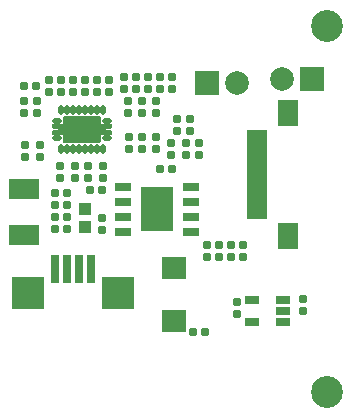
<source format=gbs>
G04*
G04 #@! TF.GenerationSoftware,Altium Limited,Altium Designer,20.0.2 (26)*
G04*
G04 Layer_Color=16711935*
%FSLAX25Y25*%
%MOIN*%
G70*
G01*
G75*
%ADD13C,0.07887*%
%ADD14R,0.07887X0.07887*%
%ADD15C,0.10642*%
G04:AMPARAMS|DCode=44|XSize=28mil|YSize=28mil|CornerRadius=9mil|HoleSize=0mil|Usage=FLASHONLY|Rotation=180.000|XOffset=0mil|YOffset=0mil|HoleType=Round|Shape=RoundedRectangle|*
%AMROUNDEDRECTD44*
21,1,0.02800,0.01000,0,0,180.0*
21,1,0.01000,0.02800,0,0,180.0*
1,1,0.01800,-0.00500,0.00500*
1,1,0.01800,0.00500,0.00500*
1,1,0.01800,0.00500,-0.00500*
1,1,0.01800,-0.00500,-0.00500*
%
%ADD44ROUNDEDRECTD44*%
%ADD45R,0.04737X0.03162*%
%ADD46R,0.10642X0.14579*%
%ADD47R,0.05524X0.03162*%
%ADD48R,0.07099X0.08674*%
%ADD49R,0.06706X0.01981*%
G04:AMPARAMS|DCode=50|XSize=17.45mil|YSize=31.62mil|CornerRadius=5.98mil|HoleSize=0mil|Usage=FLASHONLY|Rotation=90.000|XOffset=0mil|YOffset=0mil|HoleType=Round|Shape=RoundedRectangle|*
%AMROUNDEDRECTD50*
21,1,0.01745,0.01965,0,0,90.0*
21,1,0.00548,0.03162,0,0,90.0*
1,1,0.01197,0.00983,0.00274*
1,1,0.01197,0.00983,-0.00274*
1,1,0.01197,-0.00983,-0.00274*
1,1,0.01197,-0.00983,0.00274*
%
%ADD50ROUNDEDRECTD50*%
G04:AMPARAMS|DCode=51|XSize=31.62mil|YSize=17.45mil|CornerRadius=5.98mil|HoleSize=0mil|Usage=FLASHONLY|Rotation=90.000|XOffset=0mil|YOffset=0mil|HoleType=Round|Shape=RoundedRectangle|*
%AMROUNDEDRECTD51*
21,1,0.03162,0.00548,0,0,90.0*
21,1,0.01965,0.01745,0,0,90.0*
1,1,0.01197,0.00274,0.00983*
1,1,0.01197,0.00274,-0.00983*
1,1,0.01197,-0.00274,-0.00983*
1,1,0.01197,-0.00274,0.00983*
%
%ADD51ROUNDEDRECTD51*%
G04:AMPARAMS|DCode=52|XSize=88.71mil|YSize=128.08mil|CornerRadius=6.02mil|HoleSize=0mil|Usage=FLASHONLY|Rotation=90.000|XOffset=0mil|YOffset=0mil|HoleType=Round|Shape=RoundedRectangle|*
%AMROUNDEDRECTD52*
21,1,0.08871,0.11604,0,0,90.0*
21,1,0.07667,0.12808,0,0,90.0*
1,1,0.01204,0.05802,0.03834*
1,1,0.01204,0.05802,-0.03834*
1,1,0.01204,-0.05802,-0.03834*
1,1,0.01204,-0.05802,0.03834*
%
%ADD52ROUNDEDRECTD52*%
%ADD53R,0.10154X0.07129*%
G04:AMPARAMS|DCode=54|XSize=28mil|YSize=28mil|CornerRadius=9mil|HoleSize=0mil|Usage=FLASHONLY|Rotation=270.000|XOffset=0mil|YOffset=0mil|HoleType=Round|Shape=RoundedRectangle|*
%AMROUNDEDRECTD54*
21,1,0.02800,0.01000,0,0,270.0*
21,1,0.01000,0.02800,0,0,270.0*
1,1,0.01800,-0.00500,-0.00500*
1,1,0.01800,-0.00500,0.00500*
1,1,0.01800,0.00500,0.00500*
1,1,0.01800,0.00500,-0.00500*
%
%ADD54ROUNDEDRECTD54*%
%ADD55R,0.04202X0.03975*%
%ADD56R,0.08359X0.07587*%
%ADD57R,0.03162X0.09461*%
%ADD58R,0.11036X0.11036*%
G36*
X-71521Y88815D02*
X-71523Y88846D01*
X-71527Y88876D01*
X-71533Y88907D01*
X-71540Y88937D01*
X-71549Y88967D01*
X-71559Y88996D01*
X-71571Y89025D01*
X-71584Y89053D01*
X-71599Y89081D01*
X-71616Y89107D01*
X-71633Y89133D01*
X-71652Y89158D01*
X-71672Y89181D01*
X-71694Y89204D01*
X-71716Y89225D01*
X-71740Y89245D01*
X-71765Y89264D01*
X-71790Y89282D01*
X-71817Y89298D01*
X-71844Y89313D01*
X-71872Y89327D01*
X-71901Y89338D01*
X-71930Y89349D01*
X-71960Y89358D01*
X-71991Y89365D01*
X-72021Y89371D01*
X-72052Y89375D01*
X-72083Y89377D01*
X-72114Y89378D01*
X-75161D01*
Y91339D01*
X-75162Y91370D01*
X-75165Y91401D01*
X-75169Y91432D01*
X-75174Y91463D01*
X-75182Y91493D01*
X-75191Y91523D01*
X-75201Y91553D01*
X-75213Y91582D01*
X-75227Y91610D01*
X-75242Y91638D01*
X-75258Y91664D01*
X-75276Y91690D01*
X-75295Y91715D01*
X-75315Y91739D01*
X-75337Y91762D01*
X-75359Y91783D01*
X-75383Y91804D01*
X-75408Y91823D01*
X-75434Y91840D01*
X-75461Y91857D01*
X-75488Y91872D01*
X-75516Y91885D01*
X-75545Y91897D01*
X-75575Y91908D01*
X-75605Y91917D01*
X-75635Y91924D01*
X-75666Y91930D01*
X-75697Y91934D01*
X-75728Y91936D01*
X-75760Y91937D01*
X-87378D01*
X-87409Y91936D01*
X-87440Y91934D01*
X-87470Y91930D01*
X-87501Y91924D01*
X-87531Y91917D01*
X-87560Y91908D01*
X-87590Y91898D01*
X-87618Y91886D01*
X-87646Y91873D01*
X-87673Y91858D01*
X-87700Y91842D01*
X-87725Y91824D01*
X-87750Y91805D01*
X-87773Y91785D01*
X-87796Y91764D01*
X-87817Y91742D01*
X-87837Y91718D01*
X-87856Y91694D01*
X-87873Y91668D01*
X-87889Y91642D01*
X-87904Y91615D01*
X-87917Y91587D01*
X-87929Y91558D01*
X-87940Y91529D01*
X-87948Y91499D01*
X-87956Y91469D01*
X-87961Y91439D01*
X-87965Y91408D01*
X-87968Y91377D01*
X-87968Y91347D01*
Y89382D01*
X-87968Y89382D01*
X-87968Y89381D01*
X-87969Y89381D01*
X-87969Y89381D01*
X-87969Y89381D01*
X-87969Y89381D01*
X-87969Y89381D01*
X-87969Y89380D01*
X-87969Y89380D01*
X-87969Y89380D01*
X-87969Y89380D01*
X-87969Y89380D01*
X-87969Y89379D01*
X-87969Y89379D01*
X-87970Y89379D01*
X-87970Y89379D01*
X-87970Y89379D01*
X-87970Y89379D01*
X-87970Y89379D01*
X-87971Y89378D01*
X-87971Y89378D01*
X-87971Y89378D01*
X-87971Y89378D01*
X-87971Y89378D01*
X-87971Y89378D01*
X-87972Y89378D01*
X-87972Y89378D01*
X-87972Y89378D01*
X-87972Y89378D01*
X-87972Y89378D01*
X-91020D01*
X-91051Y89377D01*
X-91081Y89375D01*
X-91112Y89371D01*
X-91142Y89365D01*
X-91172Y89358D01*
X-91202Y89349D01*
X-91231Y89339D01*
X-91260Y89327D01*
X-91288Y89314D01*
X-91315Y89299D01*
X-91341Y89283D01*
X-91367Y89265D01*
X-91391Y89246D01*
X-91415Y89226D01*
X-91437Y89205D01*
X-91459Y89183D01*
X-91479Y89159D01*
X-91497Y89135D01*
X-91515Y89109D01*
X-91531Y89083D01*
X-91546Y89056D01*
X-91559Y89028D01*
X-91571Y88999D01*
X-91581Y88970D01*
X-91590Y88940D01*
X-91597Y88910D01*
X-91603Y88880D01*
X-91607Y88849D01*
X-91609Y88818D01*
X-91610Y88787D01*
Y88374D01*
X-91609Y88343D01*
X-91607Y88313D01*
X-91603Y88282D01*
X-91597Y88252D01*
X-91590Y88222D01*
X-91581Y88193D01*
X-91571Y88164D01*
X-91559Y88135D01*
X-91546Y88108D01*
X-91532Y88081D01*
X-91516Y88055D01*
X-91498Y88029D01*
X-91479Y88005D01*
X-91460Y87981D01*
X-91438Y87959D01*
X-91416Y87938D01*
X-91393Y87918D01*
X-91368Y87899D01*
X-91343Y87882D01*
X-91317Y87866D01*
X-91290Y87851D01*
X-91262Y87838D01*
X-91234Y87826D01*
X-91205Y87816D01*
X-91176Y87807D01*
X-91146Y87800D01*
X-91115Y87795D01*
X-91085Y87791D01*
X-91054Y87788D01*
X-91024Y87787D01*
X-89547D01*
Y87217D01*
X-89547Y87216D01*
X-89547Y87216D01*
X-89547Y87216D01*
X-89547Y87216D01*
X-89547Y87216D01*
X-89547Y87215D01*
X-89547Y87215D01*
X-89548Y87215D01*
X-89548Y87215D01*
X-89548Y87215D01*
X-89548Y87214D01*
X-89548Y87214D01*
X-89548Y87214D01*
X-89548Y87214D01*
X-89548Y87214D01*
X-89549Y87214D01*
X-89549Y87213D01*
X-89549Y87213D01*
X-89549Y87213D01*
X-89549Y87213D01*
X-89549Y87213D01*
X-89550Y87213D01*
X-89550Y87213D01*
X-89550Y87213D01*
X-89550Y87213D01*
X-89550Y87213D01*
X-89551Y87213D01*
X-89551Y87213D01*
X-89551Y87213D01*
X-89551D01*
X-91020D01*
X-91051Y87212D01*
X-91081Y87209D01*
X-91112Y87205D01*
X-91142Y87200D01*
X-91172Y87192D01*
X-91202Y87184D01*
X-91231Y87173D01*
X-91260Y87161D01*
X-91288Y87148D01*
X-91315Y87134D01*
X-91341Y87117D01*
X-91367Y87100D01*
X-91391Y87081D01*
X-91415Y87061D01*
X-91437Y87040D01*
X-91459Y87017D01*
X-91479Y86994D01*
X-91497Y86969D01*
X-91515Y86944D01*
X-91531Y86917D01*
X-91546Y86890D01*
X-91559Y86862D01*
X-91571Y86834D01*
X-91581Y86804D01*
X-91590Y86775D01*
X-91597Y86745D01*
X-91603Y86714D01*
X-91607Y86684D01*
X-91609Y86653D01*
X-91610Y86622D01*
Y86205D01*
X-91609Y86174D01*
X-91607Y86144D01*
X-91603Y86114D01*
X-91597Y86084D01*
X-91590Y86054D01*
X-91582Y86025D01*
X-91571Y85996D01*
X-91560Y85968D01*
X-91547Y85940D01*
X-91532Y85913D01*
X-91516Y85887D01*
X-91499Y85862D01*
X-91480Y85838D01*
X-91461Y85815D01*
X-91440Y85793D01*
X-91417Y85772D01*
X-91394Y85752D01*
X-91370Y85733D01*
X-91345Y85716D01*
X-91319Y85700D01*
X-91292Y85686D01*
X-91265Y85672D01*
X-91236Y85661D01*
X-91208Y85651D01*
X-91178Y85642D01*
X-91149Y85635D01*
X-91119Y85629D01*
X-91088Y85625D01*
X-91058Y85623D01*
X-91028Y85622D01*
X-87972D01*
Y83661D01*
X-87972Y83630D01*
X-87969Y83599D01*
X-87965Y83568D01*
X-87959Y83537D01*
X-87952Y83507D01*
X-87943Y83477D01*
X-87933Y83447D01*
X-87921Y83418D01*
X-87907Y83390D01*
X-87892Y83362D01*
X-87876Y83336D01*
X-87858Y83310D01*
X-87839Y83285D01*
X-87819Y83261D01*
X-87797Y83238D01*
X-87774Y83217D01*
X-87751Y83196D01*
X-87726Y83177D01*
X-87700Y83160D01*
X-87673Y83143D01*
X-87646Y83128D01*
X-87617Y83115D01*
X-87589Y83103D01*
X-87559Y83092D01*
X-87529Y83083D01*
X-87498Y83076D01*
X-87468Y83070D01*
X-87437Y83066D01*
X-87405Y83064D01*
X-87374Y83063D01*
X-75764D01*
X-75732Y83064D01*
X-75701Y83066D01*
X-75670Y83070D01*
X-75639Y83076D01*
X-75609Y83083D01*
X-75579Y83092D01*
X-75549Y83103D01*
X-75520Y83115D01*
X-75492Y83128D01*
X-75465Y83143D01*
X-75438Y83160D01*
X-75412Y83177D01*
X-75387Y83196D01*
X-75363Y83217D01*
X-75341Y83238D01*
X-75319Y83261D01*
X-75299Y83285D01*
X-75280Y83310D01*
X-75262Y83336D01*
X-75245Y83362D01*
X-75231Y83390D01*
X-75217Y83418D01*
X-75205Y83447D01*
X-75195Y83477D01*
X-75186Y83507D01*
X-75178Y83537D01*
X-75173Y83568D01*
X-75169Y83599D01*
X-75166Y83630D01*
X-75165Y83661D01*
Y85618D01*
X-75165Y85618D01*
X-75165Y85619D01*
X-75165Y85619D01*
X-75165Y85619D01*
X-75165Y85619D01*
X-75165Y85619D01*
X-75165Y85619D01*
X-75165Y85620D01*
X-75165Y85620D01*
X-75165Y85620D01*
X-75165Y85620D01*
X-75165Y85620D01*
X-75165Y85621D01*
X-75164Y85621D01*
X-75164Y85621D01*
X-75164Y85621D01*
X-75164Y85621D01*
X-75164Y85621D01*
X-75164Y85621D01*
X-75163Y85622D01*
X-75163Y85622D01*
X-75163Y85622D01*
X-75163Y85622D01*
X-75163Y85622D01*
X-75162Y85622D01*
X-75162Y85622D01*
X-75162Y85622D01*
X-75162Y85622D01*
X-75162Y85622D01*
X-75161Y85622D01*
X-72118D01*
X-72087Y85623D01*
X-72056Y85625D01*
X-72025Y85629D01*
X-71994Y85635D01*
X-71963Y85642D01*
X-71933Y85651D01*
X-71904Y85662D01*
X-71875Y85674D01*
X-71846Y85687D01*
X-71819Y85702D01*
X-71792Y85719D01*
X-71766Y85736D01*
X-71741Y85755D01*
X-71718Y85776D01*
X-71695Y85797D01*
X-71673Y85820D01*
X-71653Y85844D01*
X-71634Y85869D01*
X-71616Y85895D01*
X-71600Y85921D01*
X-71585Y85949D01*
X-71571Y85977D01*
X-71559Y86006D01*
X-71549Y86036D01*
X-71540Y86066D01*
X-71533Y86096D01*
X-71527Y86127D01*
X-71523Y86158D01*
X-71521Y86189D01*
X-71520Y86221D01*
Y86614D01*
X-71521Y86646D01*
X-71523Y86677D01*
X-71527Y86708D01*
X-71533Y86739D01*
X-71540Y86769D01*
X-71549Y86799D01*
X-71559Y86829D01*
X-71571Y86858D01*
X-71585Y86886D01*
X-71600Y86913D01*
X-71616Y86940D01*
X-71634Y86966D01*
X-71653Y86991D01*
X-71673Y87015D01*
X-71695Y87037D01*
X-71718Y87059D01*
X-71741Y87079D01*
X-71766Y87098D01*
X-71792Y87116D01*
X-71819Y87132D01*
X-71846Y87147D01*
X-71875Y87161D01*
X-71904Y87173D01*
X-71933Y87183D01*
X-71963Y87192D01*
X-71994Y87199D01*
X-72025Y87205D01*
X-72056Y87209D01*
X-72087Y87212D01*
X-72118Y87213D01*
X-73587D01*
Y87787D01*
X-72110D01*
X-72079Y87788D01*
X-72048Y87791D01*
X-72018Y87795D01*
X-71987Y87800D01*
X-71957Y87808D01*
X-71928Y87816D01*
X-71899Y87827D01*
X-71870Y87839D01*
X-71842Y87852D01*
X-71815Y87866D01*
X-71789Y87883D01*
X-71763Y87900D01*
X-71739Y87919D01*
X-71715Y87939D01*
X-71693Y87960D01*
X-71671Y87983D01*
X-71651Y88006D01*
X-71632Y88031D01*
X-71615Y88056D01*
X-71599Y88083D01*
X-71584Y88110D01*
X-71571Y88138D01*
X-71559Y88166D01*
X-71549Y88196D01*
X-71540Y88225D01*
X-71533Y88255D01*
X-71527Y88286D01*
X-71523Y88316D01*
X-71521Y88347D01*
X-71520Y88378D01*
Y88784D01*
X-71521Y88815D01*
D02*
G37*
D13*
X-30000Y103000D02*
D03*
X-15000Y104500D02*
D03*
D14*
X-40000Y103000D02*
D03*
X-5000Y104500D02*
D03*
D15*
X0Y122178D02*
D03*
Y0D02*
D03*
D44*
X-30000Y30000D02*
D03*
Y26000D02*
D03*
X-8000Y31000D02*
D03*
Y27000D02*
D03*
X-75000Y54000D02*
D03*
Y58000D02*
D03*
X-74500Y75500D02*
D03*
Y71500D02*
D03*
X-72500Y104000D02*
D03*
Y100000D02*
D03*
X-76500Y104000D02*
D03*
Y100000D02*
D03*
X-51500Y101000D02*
D03*
Y105000D02*
D03*
X-89000Y71500D02*
D03*
Y75500D02*
D03*
X-80500Y104000D02*
D03*
Y100000D02*
D03*
X-92500Y104000D02*
D03*
Y100000D02*
D03*
X-79500Y71500D02*
D03*
Y75500D02*
D03*
X-84000Y71500D02*
D03*
Y75500D02*
D03*
X-50000Y87000D02*
D03*
Y91000D02*
D03*
X-45500Y87000D02*
D03*
Y91000D02*
D03*
X-66300Y97000D02*
D03*
Y93000D02*
D03*
X-61500Y97000D02*
D03*
Y93000D02*
D03*
X-56700Y97000D02*
D03*
Y93000D02*
D03*
X-57000Y81000D02*
D03*
Y85000D02*
D03*
X-52000Y83000D02*
D03*
Y79000D02*
D03*
X-61500Y81000D02*
D03*
Y85000D02*
D03*
X-66000Y81000D02*
D03*
Y85000D02*
D03*
X-47000Y83000D02*
D03*
Y79000D02*
D03*
X-42500Y83000D02*
D03*
Y79000D02*
D03*
X-101000Y93000D02*
D03*
Y97000D02*
D03*
X-100567Y82500D02*
D03*
Y78500D02*
D03*
X-95567Y82500D02*
D03*
Y78500D02*
D03*
X-96500Y93000D02*
D03*
Y97000D02*
D03*
D45*
X-24736Y30739D02*
D03*
X-24736Y23259D02*
D03*
X-14500Y23260D02*
D03*
X-14500Y27000D02*
D03*
X-14500Y30740D02*
D03*
D46*
X-56500Y61000D02*
D03*
D47*
X-67950Y68500D02*
D03*
Y63500D02*
D03*
Y58500D02*
D03*
Y53500D02*
D03*
X-45050D02*
D03*
Y58500D02*
D03*
Y63500D02*
D03*
Y68500D02*
D03*
D48*
X-12722Y92972D02*
D03*
Y52029D02*
D03*
D49*
X-23277Y58720D02*
D03*
Y60688D02*
D03*
Y62657D02*
D03*
Y64625D02*
D03*
Y66594D02*
D03*
Y68562D02*
D03*
Y70531D02*
D03*
Y72499D02*
D03*
Y74469D02*
D03*
Y76436D02*
D03*
Y78405D02*
D03*
Y80373D02*
D03*
Y82342D02*
D03*
Y84310D02*
D03*
Y86279D02*
D03*
D50*
X-73102Y84547D02*
D03*
Y90453D02*
D03*
X-90031Y84547D02*
D03*
Y90453D02*
D03*
D51*
X-80583Y81004D02*
D03*
X-82551D02*
D03*
X-84520D02*
D03*
X-86488D02*
D03*
X-88457D02*
D03*
X-78614D02*
D03*
X-76646D02*
D03*
X-74677D02*
D03*
X-80583Y93996D02*
D03*
X-82551D02*
D03*
X-84520D02*
D03*
X-86488D02*
D03*
X-88457D02*
D03*
X-78614D02*
D03*
X-76646D02*
D03*
X-74677D02*
D03*
D52*
X-81567Y87500D02*
D03*
D53*
X-101000Y67525D02*
D03*
Y52475D02*
D03*
D54*
X-86500Y54500D02*
D03*
X-90500D02*
D03*
X-86500Y62500D02*
D03*
X-90500D02*
D03*
X-86500Y58500D02*
D03*
X-90500D02*
D03*
X-86500Y66500D02*
D03*
X-90500D02*
D03*
X-75000Y67500D02*
D03*
X-79000D02*
D03*
X-36000Y49000D02*
D03*
X-40000D02*
D03*
Y45000D02*
D03*
X-36000D02*
D03*
X-51500Y74500D02*
D03*
X-55500D02*
D03*
X-28000Y49000D02*
D03*
X-32000D02*
D03*
Y45000D02*
D03*
X-28000D02*
D03*
X-40500Y20000D02*
D03*
X-44500D02*
D03*
X-63500Y101000D02*
D03*
X-67500D02*
D03*
X-63500Y105000D02*
D03*
X-67500D02*
D03*
X-55500D02*
D03*
X-59500D02*
D03*
X-55500Y101000D02*
D03*
X-59500D02*
D03*
X-101000Y102000D02*
D03*
X-97000D02*
D03*
X-84500Y104000D02*
D03*
X-88500D02*
D03*
Y100000D02*
D03*
X-84500D02*
D03*
D55*
X-80500Y60966D02*
D03*
Y55035D02*
D03*
D56*
X-51000Y41272D02*
D03*
Y23728D02*
D03*
D57*
X-90405Y40937D02*
D03*
X-86468D02*
D03*
X-82531D02*
D03*
X-78594D02*
D03*
D58*
X-69539Y33063D02*
D03*
X-99461D02*
D03*
M02*

</source>
